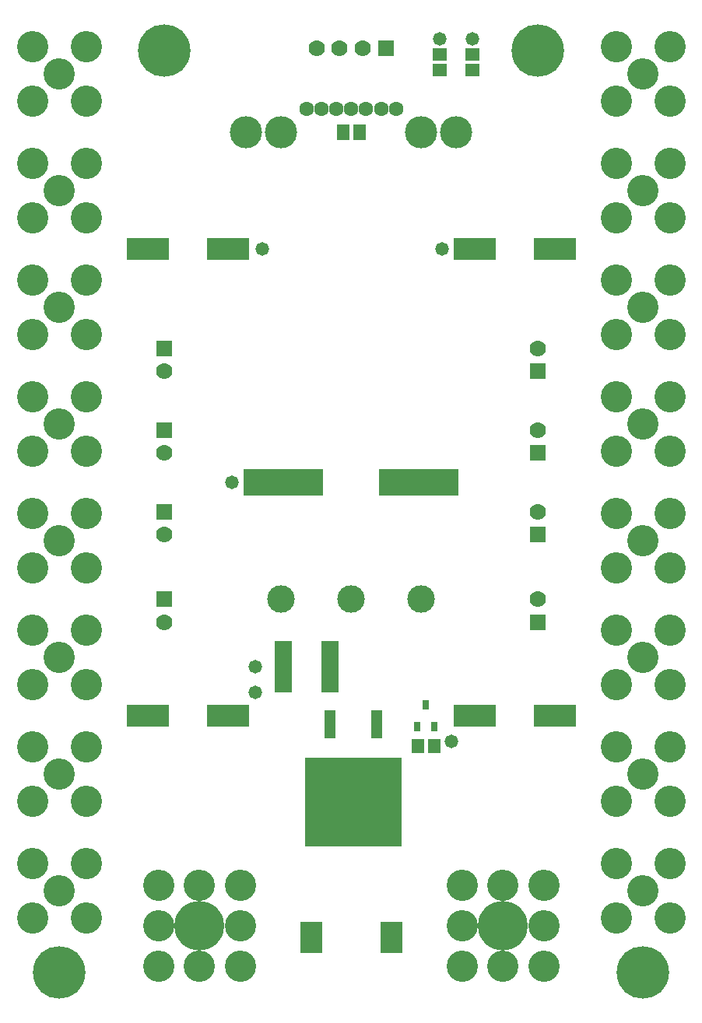
<source format=gts>
G04*
G04 #@! TF.GenerationSoftware,Altium Limited,Altium Designer,21.0.9 (235)*
G04*
G04 Layer_Color=8388736*
%FSLAX25Y25*%
%MOIN*%
G70*
G04*
G04 #@! TF.SameCoordinates,AB6D82EF-CE90-4559-B507-D66C51A42397*
G04*
G04*
G04 #@! TF.FilePolarity,Negative*
G04*
G01*
G75*
%ADD13R,0.04737X0.12020*%
%ADD14R,0.41351X0.38202*%
%ADD15R,0.06115X0.05328*%
%ADD16R,0.05328X0.06509*%
%ADD17R,0.33871X0.11233*%
%ADD18R,0.18320X0.09658*%
%ADD19R,0.07690X0.22060*%
%ADD20R,0.03162X0.04343*%
%ADD21R,0.05328X0.06115*%
%ADD22R,0.09461X0.13398*%
%ADD23C,0.06300*%
%ADD24C,0.13800*%
%ADD25C,0.11800*%
%ADD26C,0.07000*%
%ADD27R,0.07000X0.07000*%
%ADD28C,0.13398*%
%ADD29R,0.07000X0.07000*%
%ADD30C,0.21272*%
%ADD31C,0.22453*%
%ADD32C,0.05800*%
D13*
X161000Y121268D02*
D03*
X141000D02*
D03*
D14*
X151000Y88000D02*
D03*
D15*
X202000Y408445D02*
D03*
Y401555D02*
D03*
X188000Y408445D02*
D03*
Y401555D02*
D03*
D16*
X153445Y375000D02*
D03*
X146555D02*
D03*
D17*
X179035Y225000D02*
D03*
X120965D02*
D03*
D18*
X237224Y325000D02*
D03*
X202776D02*
D03*
X62776D02*
D03*
X97224D02*
D03*
X62776Y125000D02*
D03*
X97224D02*
D03*
X237224D02*
D03*
X202776D02*
D03*
D19*
X140941Y146000D02*
D03*
X121059D02*
D03*
D20*
X178260Y120472D02*
D03*
X185740D02*
D03*
X182000Y129528D02*
D03*
D21*
X185445Y112000D02*
D03*
X178555D02*
D03*
D22*
X167224Y30000D02*
D03*
X132776D02*
D03*
D23*
X169200Y385000D02*
D03*
X130800D02*
D03*
X137200D02*
D03*
X143600D02*
D03*
X162800D02*
D03*
X156400D02*
D03*
X150000D02*
D03*
D24*
X195000Y375000D02*
D03*
X180000D02*
D03*
X120000D02*
D03*
X105000D02*
D03*
D25*
X120000Y175000D02*
D03*
X180000D02*
D03*
X150000D02*
D03*
D26*
X69933Y202579D02*
D03*
X135236Y411067D02*
D03*
X145079D02*
D03*
X154921D02*
D03*
X69933Y165079D02*
D03*
Y237579D02*
D03*
Y272579D02*
D03*
X230067Y282421D02*
D03*
Y247421D02*
D03*
Y212421D02*
D03*
Y174921D02*
D03*
D27*
X69933Y212421D02*
D03*
Y174921D02*
D03*
Y247421D02*
D03*
Y282421D02*
D03*
X230067Y272579D02*
D03*
Y237579D02*
D03*
Y202579D02*
D03*
Y165079D02*
D03*
D28*
X25000Y400000D02*
D03*
X36555Y388445D02*
D03*
X13445D02*
D03*
X36555Y411555D02*
D03*
X13445D02*
D03*
X25000Y350000D02*
D03*
X36555Y338445D02*
D03*
X13445D02*
D03*
X36555Y361555D02*
D03*
X13445D02*
D03*
X25000Y300000D02*
D03*
X36555Y288445D02*
D03*
X13445D02*
D03*
X36555Y311555D02*
D03*
X13445D02*
D03*
X25000Y250000D02*
D03*
X36555Y238445D02*
D03*
X13445D02*
D03*
X36555Y261555D02*
D03*
X13445D02*
D03*
X25000Y200000D02*
D03*
X36555Y188445D02*
D03*
X13445D02*
D03*
X36555Y211555D02*
D03*
X13445D02*
D03*
X25000Y150000D02*
D03*
X36555Y138445D02*
D03*
X13445D02*
D03*
X36555Y161555D02*
D03*
X13445D02*
D03*
X25000Y100000D02*
D03*
X36555Y88445D02*
D03*
X13445D02*
D03*
X36555Y111555D02*
D03*
X13445D02*
D03*
X25000Y50000D02*
D03*
X36555Y38445D02*
D03*
X13445D02*
D03*
X36555Y61555D02*
D03*
X13445D02*
D03*
X275000Y400000D02*
D03*
X286555Y388445D02*
D03*
X263445D02*
D03*
X286555Y411555D02*
D03*
X263445D02*
D03*
X275000Y350000D02*
D03*
X286555Y338445D02*
D03*
X263445D02*
D03*
X286555Y361555D02*
D03*
X263445D02*
D03*
X275000Y300000D02*
D03*
X286555Y288445D02*
D03*
X263445D02*
D03*
X286555Y311555D02*
D03*
X263445D02*
D03*
X275000Y250000D02*
D03*
X286555Y238445D02*
D03*
X263445D02*
D03*
X286555Y261555D02*
D03*
X263445D02*
D03*
X275000Y200000D02*
D03*
X286555Y188445D02*
D03*
X263445D02*
D03*
X286555Y211555D02*
D03*
X263445D02*
D03*
X275000Y150000D02*
D03*
X286555Y138445D02*
D03*
X263445D02*
D03*
X286555Y161555D02*
D03*
X263445D02*
D03*
X275000Y100000D02*
D03*
X286555Y88445D02*
D03*
X263445D02*
D03*
X286555Y111555D02*
D03*
X263445D02*
D03*
X275000Y50000D02*
D03*
X286555Y38445D02*
D03*
X263445D02*
D03*
X286555Y61555D02*
D03*
X263445D02*
D03*
X197539Y52461D02*
D03*
X215000D02*
D03*
X232461D02*
D03*
Y35000D02*
D03*
X197539D02*
D03*
Y17539D02*
D03*
X215000D02*
D03*
X232461D02*
D03*
X67539Y52461D02*
D03*
X85000D02*
D03*
X102461D02*
D03*
Y35000D02*
D03*
X67539D02*
D03*
Y17539D02*
D03*
X85000D02*
D03*
X102461D02*
D03*
D29*
X164764Y411067D02*
D03*
D30*
X215000Y35000D02*
D03*
X85000D02*
D03*
D31*
X25000Y15000D02*
D03*
X230000Y410000D02*
D03*
X70000D02*
D03*
X275000Y15000D02*
D03*
D32*
X202000Y415000D02*
D03*
X188000D02*
D03*
X189000Y325000D02*
D03*
X112000D02*
D03*
X99000Y225000D02*
D03*
X109000Y135000D02*
D03*
X193000Y114000D02*
D03*
X109000Y146000D02*
D03*
M02*

</source>
